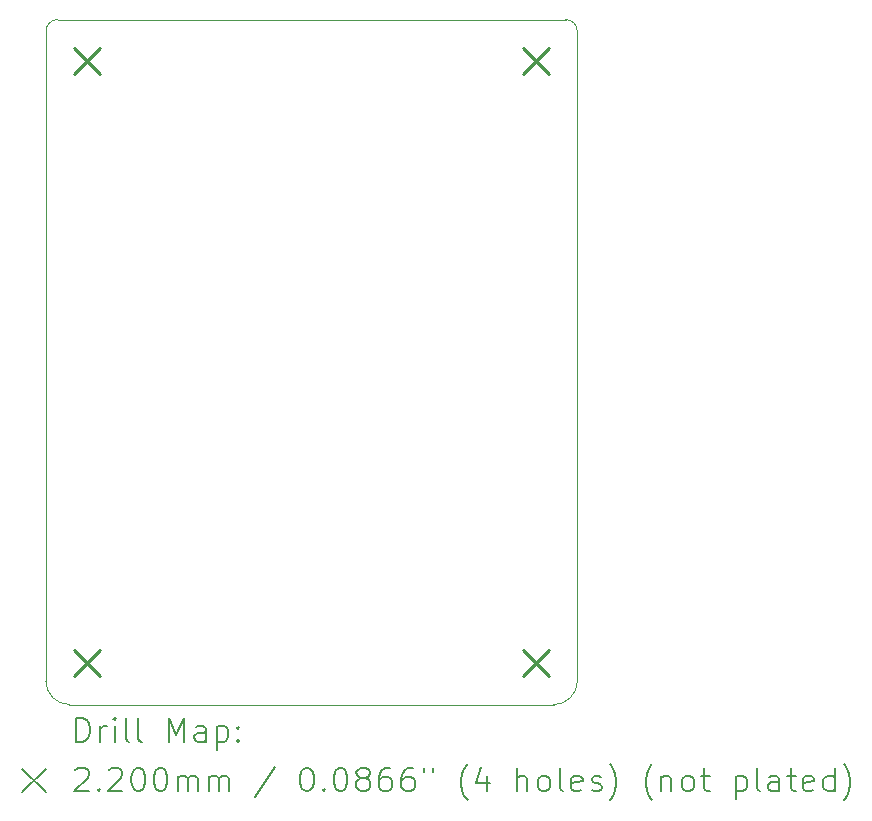
<source format=gbr>
%TF.GenerationSoftware,KiCad,Pcbnew,7.0.9*%
%TF.CreationDate,2024-01-02T17:06:05-06:00*%
%TF.ProjectId,basic_expander_v2.1,62617369-635f-4657-9870-616e6465725f,rev?*%
%TF.SameCoordinates,Original*%
%TF.FileFunction,Drillmap*%
%TF.FilePolarity,Positive*%
%FSLAX45Y45*%
G04 Gerber Fmt 4.5, Leading zero omitted, Abs format (unit mm)*
G04 Created by KiCad (PCBNEW 7.0.9) date 2024-01-02 17:06:05*
%MOMM*%
%LPD*%
G01*
G04 APERTURE LIST*
%ADD10C,0.050000*%
%ADD11C,0.200000*%
%ADD12C,0.220000*%
G04 APERTURE END LIST*
D10*
X6000000Y-4100000D02*
X6000000Y-9600000D01*
X6200000Y-9800000D02*
X10300000Y-9800000D01*
X10500000Y-4100000D02*
X10500000Y-9600000D01*
X6000000Y-9600000D02*
G75*
G03*
X6200000Y-9800000I200000J0D01*
G01*
X6100000Y-4000000D02*
G75*
G03*
X6000000Y-4100000I0J-100000D01*
G01*
X10300000Y-9800000D02*
G75*
G03*
X10500000Y-9600000I0J200000D01*
G01*
X6100000Y-4000000D02*
X10400000Y-4000000D01*
X10500000Y-4100000D02*
G75*
G03*
X10400000Y-4000000I-100000J0D01*
G01*
D11*
D12*
X6240000Y-4240000D02*
X6460000Y-4460000D01*
X6460000Y-4240000D02*
X6240000Y-4460000D01*
X6240000Y-9340000D02*
X6460000Y-9560000D01*
X6460000Y-9340000D02*
X6240000Y-9560000D01*
X10040000Y-4240000D02*
X10260000Y-4460000D01*
X10260000Y-4240000D02*
X10040000Y-4460000D01*
X10040000Y-9340000D02*
X10260000Y-9560000D01*
X10260000Y-9340000D02*
X10040000Y-9560000D01*
D11*
X6258277Y-10113984D02*
X6258277Y-9913984D01*
X6258277Y-9913984D02*
X6305896Y-9913984D01*
X6305896Y-9913984D02*
X6334467Y-9923508D01*
X6334467Y-9923508D02*
X6353515Y-9942555D01*
X6353515Y-9942555D02*
X6363039Y-9961603D01*
X6363039Y-9961603D02*
X6372562Y-9999698D01*
X6372562Y-9999698D02*
X6372562Y-10028270D01*
X6372562Y-10028270D02*
X6363039Y-10066365D01*
X6363039Y-10066365D02*
X6353515Y-10085412D01*
X6353515Y-10085412D02*
X6334467Y-10104460D01*
X6334467Y-10104460D02*
X6305896Y-10113984D01*
X6305896Y-10113984D02*
X6258277Y-10113984D01*
X6458277Y-10113984D02*
X6458277Y-9980650D01*
X6458277Y-10018746D02*
X6467801Y-9999698D01*
X6467801Y-9999698D02*
X6477324Y-9990174D01*
X6477324Y-9990174D02*
X6496372Y-9980650D01*
X6496372Y-9980650D02*
X6515420Y-9980650D01*
X6582086Y-10113984D02*
X6582086Y-9980650D01*
X6582086Y-9913984D02*
X6572562Y-9923508D01*
X6572562Y-9923508D02*
X6582086Y-9933031D01*
X6582086Y-9933031D02*
X6591610Y-9923508D01*
X6591610Y-9923508D02*
X6582086Y-9913984D01*
X6582086Y-9913984D02*
X6582086Y-9933031D01*
X6705896Y-10113984D02*
X6686848Y-10104460D01*
X6686848Y-10104460D02*
X6677324Y-10085412D01*
X6677324Y-10085412D02*
X6677324Y-9913984D01*
X6810658Y-10113984D02*
X6791610Y-10104460D01*
X6791610Y-10104460D02*
X6782086Y-10085412D01*
X6782086Y-10085412D02*
X6782086Y-9913984D01*
X7039229Y-10113984D02*
X7039229Y-9913984D01*
X7039229Y-9913984D02*
X7105896Y-10056841D01*
X7105896Y-10056841D02*
X7172562Y-9913984D01*
X7172562Y-9913984D02*
X7172562Y-10113984D01*
X7353515Y-10113984D02*
X7353515Y-10009222D01*
X7353515Y-10009222D02*
X7343991Y-9990174D01*
X7343991Y-9990174D02*
X7324943Y-9980650D01*
X7324943Y-9980650D02*
X7286848Y-9980650D01*
X7286848Y-9980650D02*
X7267801Y-9990174D01*
X7353515Y-10104460D02*
X7334467Y-10113984D01*
X7334467Y-10113984D02*
X7286848Y-10113984D01*
X7286848Y-10113984D02*
X7267801Y-10104460D01*
X7267801Y-10104460D02*
X7258277Y-10085412D01*
X7258277Y-10085412D02*
X7258277Y-10066365D01*
X7258277Y-10066365D02*
X7267801Y-10047317D01*
X7267801Y-10047317D02*
X7286848Y-10037793D01*
X7286848Y-10037793D02*
X7334467Y-10037793D01*
X7334467Y-10037793D02*
X7353515Y-10028270D01*
X7448753Y-9980650D02*
X7448753Y-10180650D01*
X7448753Y-9990174D02*
X7467801Y-9980650D01*
X7467801Y-9980650D02*
X7505896Y-9980650D01*
X7505896Y-9980650D02*
X7524943Y-9990174D01*
X7524943Y-9990174D02*
X7534467Y-9999698D01*
X7534467Y-9999698D02*
X7543991Y-10018746D01*
X7543991Y-10018746D02*
X7543991Y-10075889D01*
X7543991Y-10075889D02*
X7534467Y-10094936D01*
X7534467Y-10094936D02*
X7524943Y-10104460D01*
X7524943Y-10104460D02*
X7505896Y-10113984D01*
X7505896Y-10113984D02*
X7467801Y-10113984D01*
X7467801Y-10113984D02*
X7448753Y-10104460D01*
X7629705Y-10094936D02*
X7639229Y-10104460D01*
X7639229Y-10104460D02*
X7629705Y-10113984D01*
X7629705Y-10113984D02*
X7620182Y-10104460D01*
X7620182Y-10104460D02*
X7629705Y-10094936D01*
X7629705Y-10094936D02*
X7629705Y-10113984D01*
X7629705Y-9990174D02*
X7639229Y-9999698D01*
X7639229Y-9999698D02*
X7629705Y-10009222D01*
X7629705Y-10009222D02*
X7620182Y-9999698D01*
X7620182Y-9999698D02*
X7629705Y-9990174D01*
X7629705Y-9990174D02*
X7629705Y-10009222D01*
X5797500Y-10342500D02*
X5997500Y-10542500D01*
X5997500Y-10342500D02*
X5797500Y-10542500D01*
X6248753Y-10353031D02*
X6258277Y-10343508D01*
X6258277Y-10343508D02*
X6277324Y-10333984D01*
X6277324Y-10333984D02*
X6324943Y-10333984D01*
X6324943Y-10333984D02*
X6343991Y-10343508D01*
X6343991Y-10343508D02*
X6353515Y-10353031D01*
X6353515Y-10353031D02*
X6363039Y-10372079D01*
X6363039Y-10372079D02*
X6363039Y-10391127D01*
X6363039Y-10391127D02*
X6353515Y-10419698D01*
X6353515Y-10419698D02*
X6239229Y-10533984D01*
X6239229Y-10533984D02*
X6363039Y-10533984D01*
X6448753Y-10514936D02*
X6458277Y-10524460D01*
X6458277Y-10524460D02*
X6448753Y-10533984D01*
X6448753Y-10533984D02*
X6439229Y-10524460D01*
X6439229Y-10524460D02*
X6448753Y-10514936D01*
X6448753Y-10514936D02*
X6448753Y-10533984D01*
X6534467Y-10353031D02*
X6543991Y-10343508D01*
X6543991Y-10343508D02*
X6563039Y-10333984D01*
X6563039Y-10333984D02*
X6610658Y-10333984D01*
X6610658Y-10333984D02*
X6629705Y-10343508D01*
X6629705Y-10343508D02*
X6639229Y-10353031D01*
X6639229Y-10353031D02*
X6648753Y-10372079D01*
X6648753Y-10372079D02*
X6648753Y-10391127D01*
X6648753Y-10391127D02*
X6639229Y-10419698D01*
X6639229Y-10419698D02*
X6524943Y-10533984D01*
X6524943Y-10533984D02*
X6648753Y-10533984D01*
X6772562Y-10333984D02*
X6791610Y-10333984D01*
X6791610Y-10333984D02*
X6810658Y-10343508D01*
X6810658Y-10343508D02*
X6820182Y-10353031D01*
X6820182Y-10353031D02*
X6829705Y-10372079D01*
X6829705Y-10372079D02*
X6839229Y-10410174D01*
X6839229Y-10410174D02*
X6839229Y-10457793D01*
X6839229Y-10457793D02*
X6829705Y-10495889D01*
X6829705Y-10495889D02*
X6820182Y-10514936D01*
X6820182Y-10514936D02*
X6810658Y-10524460D01*
X6810658Y-10524460D02*
X6791610Y-10533984D01*
X6791610Y-10533984D02*
X6772562Y-10533984D01*
X6772562Y-10533984D02*
X6753515Y-10524460D01*
X6753515Y-10524460D02*
X6743991Y-10514936D01*
X6743991Y-10514936D02*
X6734467Y-10495889D01*
X6734467Y-10495889D02*
X6724943Y-10457793D01*
X6724943Y-10457793D02*
X6724943Y-10410174D01*
X6724943Y-10410174D02*
X6734467Y-10372079D01*
X6734467Y-10372079D02*
X6743991Y-10353031D01*
X6743991Y-10353031D02*
X6753515Y-10343508D01*
X6753515Y-10343508D02*
X6772562Y-10333984D01*
X6963039Y-10333984D02*
X6982086Y-10333984D01*
X6982086Y-10333984D02*
X7001134Y-10343508D01*
X7001134Y-10343508D02*
X7010658Y-10353031D01*
X7010658Y-10353031D02*
X7020182Y-10372079D01*
X7020182Y-10372079D02*
X7029705Y-10410174D01*
X7029705Y-10410174D02*
X7029705Y-10457793D01*
X7029705Y-10457793D02*
X7020182Y-10495889D01*
X7020182Y-10495889D02*
X7010658Y-10514936D01*
X7010658Y-10514936D02*
X7001134Y-10524460D01*
X7001134Y-10524460D02*
X6982086Y-10533984D01*
X6982086Y-10533984D02*
X6963039Y-10533984D01*
X6963039Y-10533984D02*
X6943991Y-10524460D01*
X6943991Y-10524460D02*
X6934467Y-10514936D01*
X6934467Y-10514936D02*
X6924943Y-10495889D01*
X6924943Y-10495889D02*
X6915420Y-10457793D01*
X6915420Y-10457793D02*
X6915420Y-10410174D01*
X6915420Y-10410174D02*
X6924943Y-10372079D01*
X6924943Y-10372079D02*
X6934467Y-10353031D01*
X6934467Y-10353031D02*
X6943991Y-10343508D01*
X6943991Y-10343508D02*
X6963039Y-10333984D01*
X7115420Y-10533984D02*
X7115420Y-10400650D01*
X7115420Y-10419698D02*
X7124943Y-10410174D01*
X7124943Y-10410174D02*
X7143991Y-10400650D01*
X7143991Y-10400650D02*
X7172563Y-10400650D01*
X7172563Y-10400650D02*
X7191610Y-10410174D01*
X7191610Y-10410174D02*
X7201134Y-10429222D01*
X7201134Y-10429222D02*
X7201134Y-10533984D01*
X7201134Y-10429222D02*
X7210658Y-10410174D01*
X7210658Y-10410174D02*
X7229705Y-10400650D01*
X7229705Y-10400650D02*
X7258277Y-10400650D01*
X7258277Y-10400650D02*
X7277324Y-10410174D01*
X7277324Y-10410174D02*
X7286848Y-10429222D01*
X7286848Y-10429222D02*
X7286848Y-10533984D01*
X7382086Y-10533984D02*
X7382086Y-10400650D01*
X7382086Y-10419698D02*
X7391610Y-10410174D01*
X7391610Y-10410174D02*
X7410658Y-10400650D01*
X7410658Y-10400650D02*
X7439229Y-10400650D01*
X7439229Y-10400650D02*
X7458277Y-10410174D01*
X7458277Y-10410174D02*
X7467801Y-10429222D01*
X7467801Y-10429222D02*
X7467801Y-10533984D01*
X7467801Y-10429222D02*
X7477324Y-10410174D01*
X7477324Y-10410174D02*
X7496372Y-10400650D01*
X7496372Y-10400650D02*
X7524943Y-10400650D01*
X7524943Y-10400650D02*
X7543991Y-10410174D01*
X7543991Y-10410174D02*
X7553515Y-10429222D01*
X7553515Y-10429222D02*
X7553515Y-10533984D01*
X7943991Y-10324460D02*
X7772563Y-10581603D01*
X8201134Y-10333984D02*
X8220182Y-10333984D01*
X8220182Y-10333984D02*
X8239229Y-10343508D01*
X8239229Y-10343508D02*
X8248753Y-10353031D01*
X8248753Y-10353031D02*
X8258277Y-10372079D01*
X8258277Y-10372079D02*
X8267801Y-10410174D01*
X8267801Y-10410174D02*
X8267801Y-10457793D01*
X8267801Y-10457793D02*
X8258277Y-10495889D01*
X8258277Y-10495889D02*
X8248753Y-10514936D01*
X8248753Y-10514936D02*
X8239229Y-10524460D01*
X8239229Y-10524460D02*
X8220182Y-10533984D01*
X8220182Y-10533984D02*
X8201134Y-10533984D01*
X8201134Y-10533984D02*
X8182086Y-10524460D01*
X8182086Y-10524460D02*
X8172563Y-10514936D01*
X8172563Y-10514936D02*
X8163039Y-10495889D01*
X8163039Y-10495889D02*
X8153515Y-10457793D01*
X8153515Y-10457793D02*
X8153515Y-10410174D01*
X8153515Y-10410174D02*
X8163039Y-10372079D01*
X8163039Y-10372079D02*
X8172563Y-10353031D01*
X8172563Y-10353031D02*
X8182086Y-10343508D01*
X8182086Y-10343508D02*
X8201134Y-10333984D01*
X8353515Y-10514936D02*
X8363039Y-10524460D01*
X8363039Y-10524460D02*
X8353515Y-10533984D01*
X8353515Y-10533984D02*
X8343991Y-10524460D01*
X8343991Y-10524460D02*
X8353515Y-10514936D01*
X8353515Y-10514936D02*
X8353515Y-10533984D01*
X8486848Y-10333984D02*
X8505896Y-10333984D01*
X8505896Y-10333984D02*
X8524944Y-10343508D01*
X8524944Y-10343508D02*
X8534468Y-10353031D01*
X8534468Y-10353031D02*
X8543991Y-10372079D01*
X8543991Y-10372079D02*
X8553515Y-10410174D01*
X8553515Y-10410174D02*
X8553515Y-10457793D01*
X8553515Y-10457793D02*
X8543991Y-10495889D01*
X8543991Y-10495889D02*
X8534468Y-10514936D01*
X8534468Y-10514936D02*
X8524944Y-10524460D01*
X8524944Y-10524460D02*
X8505896Y-10533984D01*
X8505896Y-10533984D02*
X8486848Y-10533984D01*
X8486848Y-10533984D02*
X8467801Y-10524460D01*
X8467801Y-10524460D02*
X8458277Y-10514936D01*
X8458277Y-10514936D02*
X8448753Y-10495889D01*
X8448753Y-10495889D02*
X8439229Y-10457793D01*
X8439229Y-10457793D02*
X8439229Y-10410174D01*
X8439229Y-10410174D02*
X8448753Y-10372079D01*
X8448753Y-10372079D02*
X8458277Y-10353031D01*
X8458277Y-10353031D02*
X8467801Y-10343508D01*
X8467801Y-10343508D02*
X8486848Y-10333984D01*
X8667801Y-10419698D02*
X8648753Y-10410174D01*
X8648753Y-10410174D02*
X8639229Y-10400650D01*
X8639229Y-10400650D02*
X8629706Y-10381603D01*
X8629706Y-10381603D02*
X8629706Y-10372079D01*
X8629706Y-10372079D02*
X8639229Y-10353031D01*
X8639229Y-10353031D02*
X8648753Y-10343508D01*
X8648753Y-10343508D02*
X8667801Y-10333984D01*
X8667801Y-10333984D02*
X8705896Y-10333984D01*
X8705896Y-10333984D02*
X8724944Y-10343508D01*
X8724944Y-10343508D02*
X8734468Y-10353031D01*
X8734468Y-10353031D02*
X8743991Y-10372079D01*
X8743991Y-10372079D02*
X8743991Y-10381603D01*
X8743991Y-10381603D02*
X8734468Y-10400650D01*
X8734468Y-10400650D02*
X8724944Y-10410174D01*
X8724944Y-10410174D02*
X8705896Y-10419698D01*
X8705896Y-10419698D02*
X8667801Y-10419698D01*
X8667801Y-10419698D02*
X8648753Y-10429222D01*
X8648753Y-10429222D02*
X8639229Y-10438746D01*
X8639229Y-10438746D02*
X8629706Y-10457793D01*
X8629706Y-10457793D02*
X8629706Y-10495889D01*
X8629706Y-10495889D02*
X8639229Y-10514936D01*
X8639229Y-10514936D02*
X8648753Y-10524460D01*
X8648753Y-10524460D02*
X8667801Y-10533984D01*
X8667801Y-10533984D02*
X8705896Y-10533984D01*
X8705896Y-10533984D02*
X8724944Y-10524460D01*
X8724944Y-10524460D02*
X8734468Y-10514936D01*
X8734468Y-10514936D02*
X8743991Y-10495889D01*
X8743991Y-10495889D02*
X8743991Y-10457793D01*
X8743991Y-10457793D02*
X8734468Y-10438746D01*
X8734468Y-10438746D02*
X8724944Y-10429222D01*
X8724944Y-10429222D02*
X8705896Y-10419698D01*
X8915420Y-10333984D02*
X8877325Y-10333984D01*
X8877325Y-10333984D02*
X8858277Y-10343508D01*
X8858277Y-10343508D02*
X8848753Y-10353031D01*
X8848753Y-10353031D02*
X8829706Y-10381603D01*
X8829706Y-10381603D02*
X8820182Y-10419698D01*
X8820182Y-10419698D02*
X8820182Y-10495889D01*
X8820182Y-10495889D02*
X8829706Y-10514936D01*
X8829706Y-10514936D02*
X8839229Y-10524460D01*
X8839229Y-10524460D02*
X8858277Y-10533984D01*
X8858277Y-10533984D02*
X8896372Y-10533984D01*
X8896372Y-10533984D02*
X8915420Y-10524460D01*
X8915420Y-10524460D02*
X8924944Y-10514936D01*
X8924944Y-10514936D02*
X8934468Y-10495889D01*
X8934468Y-10495889D02*
X8934468Y-10448270D01*
X8934468Y-10448270D02*
X8924944Y-10429222D01*
X8924944Y-10429222D02*
X8915420Y-10419698D01*
X8915420Y-10419698D02*
X8896372Y-10410174D01*
X8896372Y-10410174D02*
X8858277Y-10410174D01*
X8858277Y-10410174D02*
X8839229Y-10419698D01*
X8839229Y-10419698D02*
X8829706Y-10429222D01*
X8829706Y-10429222D02*
X8820182Y-10448270D01*
X9105896Y-10333984D02*
X9067801Y-10333984D01*
X9067801Y-10333984D02*
X9048753Y-10343508D01*
X9048753Y-10343508D02*
X9039229Y-10353031D01*
X9039229Y-10353031D02*
X9020182Y-10381603D01*
X9020182Y-10381603D02*
X9010658Y-10419698D01*
X9010658Y-10419698D02*
X9010658Y-10495889D01*
X9010658Y-10495889D02*
X9020182Y-10514936D01*
X9020182Y-10514936D02*
X9029706Y-10524460D01*
X9029706Y-10524460D02*
X9048753Y-10533984D01*
X9048753Y-10533984D02*
X9086849Y-10533984D01*
X9086849Y-10533984D02*
X9105896Y-10524460D01*
X9105896Y-10524460D02*
X9115420Y-10514936D01*
X9115420Y-10514936D02*
X9124944Y-10495889D01*
X9124944Y-10495889D02*
X9124944Y-10448270D01*
X9124944Y-10448270D02*
X9115420Y-10429222D01*
X9115420Y-10429222D02*
X9105896Y-10419698D01*
X9105896Y-10419698D02*
X9086849Y-10410174D01*
X9086849Y-10410174D02*
X9048753Y-10410174D01*
X9048753Y-10410174D02*
X9029706Y-10419698D01*
X9029706Y-10419698D02*
X9020182Y-10429222D01*
X9020182Y-10429222D02*
X9010658Y-10448270D01*
X9201134Y-10333984D02*
X9201134Y-10372079D01*
X9277325Y-10333984D02*
X9277325Y-10372079D01*
X9572563Y-10610174D02*
X9563039Y-10600650D01*
X9563039Y-10600650D02*
X9543991Y-10572079D01*
X9543991Y-10572079D02*
X9534468Y-10553031D01*
X9534468Y-10553031D02*
X9524944Y-10524460D01*
X9524944Y-10524460D02*
X9515420Y-10476841D01*
X9515420Y-10476841D02*
X9515420Y-10438746D01*
X9515420Y-10438746D02*
X9524944Y-10391127D01*
X9524944Y-10391127D02*
X9534468Y-10362555D01*
X9534468Y-10362555D02*
X9543991Y-10343508D01*
X9543991Y-10343508D02*
X9563039Y-10314936D01*
X9563039Y-10314936D02*
X9572563Y-10305412D01*
X9734468Y-10400650D02*
X9734468Y-10533984D01*
X9686849Y-10324460D02*
X9639230Y-10467317D01*
X9639230Y-10467317D02*
X9763039Y-10467317D01*
X9991611Y-10533984D02*
X9991611Y-10333984D01*
X10077325Y-10533984D02*
X10077325Y-10429222D01*
X10077325Y-10429222D02*
X10067801Y-10410174D01*
X10067801Y-10410174D02*
X10048753Y-10400650D01*
X10048753Y-10400650D02*
X10020182Y-10400650D01*
X10020182Y-10400650D02*
X10001134Y-10410174D01*
X10001134Y-10410174D02*
X9991611Y-10419698D01*
X10201134Y-10533984D02*
X10182087Y-10524460D01*
X10182087Y-10524460D02*
X10172563Y-10514936D01*
X10172563Y-10514936D02*
X10163039Y-10495889D01*
X10163039Y-10495889D02*
X10163039Y-10438746D01*
X10163039Y-10438746D02*
X10172563Y-10419698D01*
X10172563Y-10419698D02*
X10182087Y-10410174D01*
X10182087Y-10410174D02*
X10201134Y-10400650D01*
X10201134Y-10400650D02*
X10229706Y-10400650D01*
X10229706Y-10400650D02*
X10248753Y-10410174D01*
X10248753Y-10410174D02*
X10258277Y-10419698D01*
X10258277Y-10419698D02*
X10267801Y-10438746D01*
X10267801Y-10438746D02*
X10267801Y-10495889D01*
X10267801Y-10495889D02*
X10258277Y-10514936D01*
X10258277Y-10514936D02*
X10248753Y-10524460D01*
X10248753Y-10524460D02*
X10229706Y-10533984D01*
X10229706Y-10533984D02*
X10201134Y-10533984D01*
X10382087Y-10533984D02*
X10363039Y-10524460D01*
X10363039Y-10524460D02*
X10353515Y-10505412D01*
X10353515Y-10505412D02*
X10353515Y-10333984D01*
X10534468Y-10524460D02*
X10515420Y-10533984D01*
X10515420Y-10533984D02*
X10477325Y-10533984D01*
X10477325Y-10533984D02*
X10458277Y-10524460D01*
X10458277Y-10524460D02*
X10448753Y-10505412D01*
X10448753Y-10505412D02*
X10448753Y-10429222D01*
X10448753Y-10429222D02*
X10458277Y-10410174D01*
X10458277Y-10410174D02*
X10477325Y-10400650D01*
X10477325Y-10400650D02*
X10515420Y-10400650D01*
X10515420Y-10400650D02*
X10534468Y-10410174D01*
X10534468Y-10410174D02*
X10543992Y-10429222D01*
X10543992Y-10429222D02*
X10543992Y-10448270D01*
X10543992Y-10448270D02*
X10448753Y-10467317D01*
X10620182Y-10524460D02*
X10639230Y-10533984D01*
X10639230Y-10533984D02*
X10677325Y-10533984D01*
X10677325Y-10533984D02*
X10696373Y-10524460D01*
X10696373Y-10524460D02*
X10705896Y-10505412D01*
X10705896Y-10505412D02*
X10705896Y-10495889D01*
X10705896Y-10495889D02*
X10696373Y-10476841D01*
X10696373Y-10476841D02*
X10677325Y-10467317D01*
X10677325Y-10467317D02*
X10648753Y-10467317D01*
X10648753Y-10467317D02*
X10629706Y-10457793D01*
X10629706Y-10457793D02*
X10620182Y-10438746D01*
X10620182Y-10438746D02*
X10620182Y-10429222D01*
X10620182Y-10429222D02*
X10629706Y-10410174D01*
X10629706Y-10410174D02*
X10648753Y-10400650D01*
X10648753Y-10400650D02*
X10677325Y-10400650D01*
X10677325Y-10400650D02*
X10696373Y-10410174D01*
X10772563Y-10610174D02*
X10782087Y-10600650D01*
X10782087Y-10600650D02*
X10801134Y-10572079D01*
X10801134Y-10572079D02*
X10810658Y-10553031D01*
X10810658Y-10553031D02*
X10820182Y-10524460D01*
X10820182Y-10524460D02*
X10829706Y-10476841D01*
X10829706Y-10476841D02*
X10829706Y-10438746D01*
X10829706Y-10438746D02*
X10820182Y-10391127D01*
X10820182Y-10391127D02*
X10810658Y-10362555D01*
X10810658Y-10362555D02*
X10801134Y-10343508D01*
X10801134Y-10343508D02*
X10782087Y-10314936D01*
X10782087Y-10314936D02*
X10772563Y-10305412D01*
X11134468Y-10610174D02*
X11124944Y-10600650D01*
X11124944Y-10600650D02*
X11105896Y-10572079D01*
X11105896Y-10572079D02*
X11096373Y-10553031D01*
X11096373Y-10553031D02*
X11086849Y-10524460D01*
X11086849Y-10524460D02*
X11077325Y-10476841D01*
X11077325Y-10476841D02*
X11077325Y-10438746D01*
X11077325Y-10438746D02*
X11086849Y-10391127D01*
X11086849Y-10391127D02*
X11096373Y-10362555D01*
X11096373Y-10362555D02*
X11105896Y-10343508D01*
X11105896Y-10343508D02*
X11124944Y-10314936D01*
X11124944Y-10314936D02*
X11134468Y-10305412D01*
X11210658Y-10400650D02*
X11210658Y-10533984D01*
X11210658Y-10419698D02*
X11220182Y-10410174D01*
X11220182Y-10410174D02*
X11239230Y-10400650D01*
X11239230Y-10400650D02*
X11267801Y-10400650D01*
X11267801Y-10400650D02*
X11286849Y-10410174D01*
X11286849Y-10410174D02*
X11296372Y-10429222D01*
X11296372Y-10429222D02*
X11296372Y-10533984D01*
X11420182Y-10533984D02*
X11401134Y-10524460D01*
X11401134Y-10524460D02*
X11391611Y-10514936D01*
X11391611Y-10514936D02*
X11382087Y-10495889D01*
X11382087Y-10495889D02*
X11382087Y-10438746D01*
X11382087Y-10438746D02*
X11391611Y-10419698D01*
X11391611Y-10419698D02*
X11401134Y-10410174D01*
X11401134Y-10410174D02*
X11420182Y-10400650D01*
X11420182Y-10400650D02*
X11448753Y-10400650D01*
X11448753Y-10400650D02*
X11467801Y-10410174D01*
X11467801Y-10410174D02*
X11477325Y-10419698D01*
X11477325Y-10419698D02*
X11486849Y-10438746D01*
X11486849Y-10438746D02*
X11486849Y-10495889D01*
X11486849Y-10495889D02*
X11477325Y-10514936D01*
X11477325Y-10514936D02*
X11467801Y-10524460D01*
X11467801Y-10524460D02*
X11448753Y-10533984D01*
X11448753Y-10533984D02*
X11420182Y-10533984D01*
X11543992Y-10400650D02*
X11620182Y-10400650D01*
X11572563Y-10333984D02*
X11572563Y-10505412D01*
X11572563Y-10505412D02*
X11582087Y-10524460D01*
X11582087Y-10524460D02*
X11601134Y-10533984D01*
X11601134Y-10533984D02*
X11620182Y-10533984D01*
X11839230Y-10400650D02*
X11839230Y-10600650D01*
X11839230Y-10410174D02*
X11858277Y-10400650D01*
X11858277Y-10400650D02*
X11896373Y-10400650D01*
X11896373Y-10400650D02*
X11915420Y-10410174D01*
X11915420Y-10410174D02*
X11924944Y-10419698D01*
X11924944Y-10419698D02*
X11934468Y-10438746D01*
X11934468Y-10438746D02*
X11934468Y-10495889D01*
X11934468Y-10495889D02*
X11924944Y-10514936D01*
X11924944Y-10514936D02*
X11915420Y-10524460D01*
X11915420Y-10524460D02*
X11896373Y-10533984D01*
X11896373Y-10533984D02*
X11858277Y-10533984D01*
X11858277Y-10533984D02*
X11839230Y-10524460D01*
X12048753Y-10533984D02*
X12029706Y-10524460D01*
X12029706Y-10524460D02*
X12020182Y-10505412D01*
X12020182Y-10505412D02*
X12020182Y-10333984D01*
X12210658Y-10533984D02*
X12210658Y-10429222D01*
X12210658Y-10429222D02*
X12201134Y-10410174D01*
X12201134Y-10410174D02*
X12182087Y-10400650D01*
X12182087Y-10400650D02*
X12143992Y-10400650D01*
X12143992Y-10400650D02*
X12124944Y-10410174D01*
X12210658Y-10524460D02*
X12191611Y-10533984D01*
X12191611Y-10533984D02*
X12143992Y-10533984D01*
X12143992Y-10533984D02*
X12124944Y-10524460D01*
X12124944Y-10524460D02*
X12115420Y-10505412D01*
X12115420Y-10505412D02*
X12115420Y-10486365D01*
X12115420Y-10486365D02*
X12124944Y-10467317D01*
X12124944Y-10467317D02*
X12143992Y-10457793D01*
X12143992Y-10457793D02*
X12191611Y-10457793D01*
X12191611Y-10457793D02*
X12210658Y-10448270D01*
X12277325Y-10400650D02*
X12353515Y-10400650D01*
X12305896Y-10333984D02*
X12305896Y-10505412D01*
X12305896Y-10505412D02*
X12315420Y-10524460D01*
X12315420Y-10524460D02*
X12334468Y-10533984D01*
X12334468Y-10533984D02*
X12353515Y-10533984D01*
X12496373Y-10524460D02*
X12477325Y-10533984D01*
X12477325Y-10533984D02*
X12439230Y-10533984D01*
X12439230Y-10533984D02*
X12420182Y-10524460D01*
X12420182Y-10524460D02*
X12410658Y-10505412D01*
X12410658Y-10505412D02*
X12410658Y-10429222D01*
X12410658Y-10429222D02*
X12420182Y-10410174D01*
X12420182Y-10410174D02*
X12439230Y-10400650D01*
X12439230Y-10400650D02*
X12477325Y-10400650D01*
X12477325Y-10400650D02*
X12496373Y-10410174D01*
X12496373Y-10410174D02*
X12505896Y-10429222D01*
X12505896Y-10429222D02*
X12505896Y-10448270D01*
X12505896Y-10448270D02*
X12410658Y-10467317D01*
X12677325Y-10533984D02*
X12677325Y-10333984D01*
X12677325Y-10524460D02*
X12658277Y-10533984D01*
X12658277Y-10533984D02*
X12620182Y-10533984D01*
X12620182Y-10533984D02*
X12601134Y-10524460D01*
X12601134Y-10524460D02*
X12591611Y-10514936D01*
X12591611Y-10514936D02*
X12582087Y-10495889D01*
X12582087Y-10495889D02*
X12582087Y-10438746D01*
X12582087Y-10438746D02*
X12591611Y-10419698D01*
X12591611Y-10419698D02*
X12601134Y-10410174D01*
X12601134Y-10410174D02*
X12620182Y-10400650D01*
X12620182Y-10400650D02*
X12658277Y-10400650D01*
X12658277Y-10400650D02*
X12677325Y-10410174D01*
X12753515Y-10610174D02*
X12763039Y-10600650D01*
X12763039Y-10600650D02*
X12782087Y-10572079D01*
X12782087Y-10572079D02*
X12791611Y-10553031D01*
X12791611Y-10553031D02*
X12801134Y-10524460D01*
X12801134Y-10524460D02*
X12810658Y-10476841D01*
X12810658Y-10476841D02*
X12810658Y-10438746D01*
X12810658Y-10438746D02*
X12801134Y-10391127D01*
X12801134Y-10391127D02*
X12791611Y-10362555D01*
X12791611Y-10362555D02*
X12782087Y-10343508D01*
X12782087Y-10343508D02*
X12763039Y-10314936D01*
X12763039Y-10314936D02*
X12753515Y-10305412D01*
M02*

</source>
